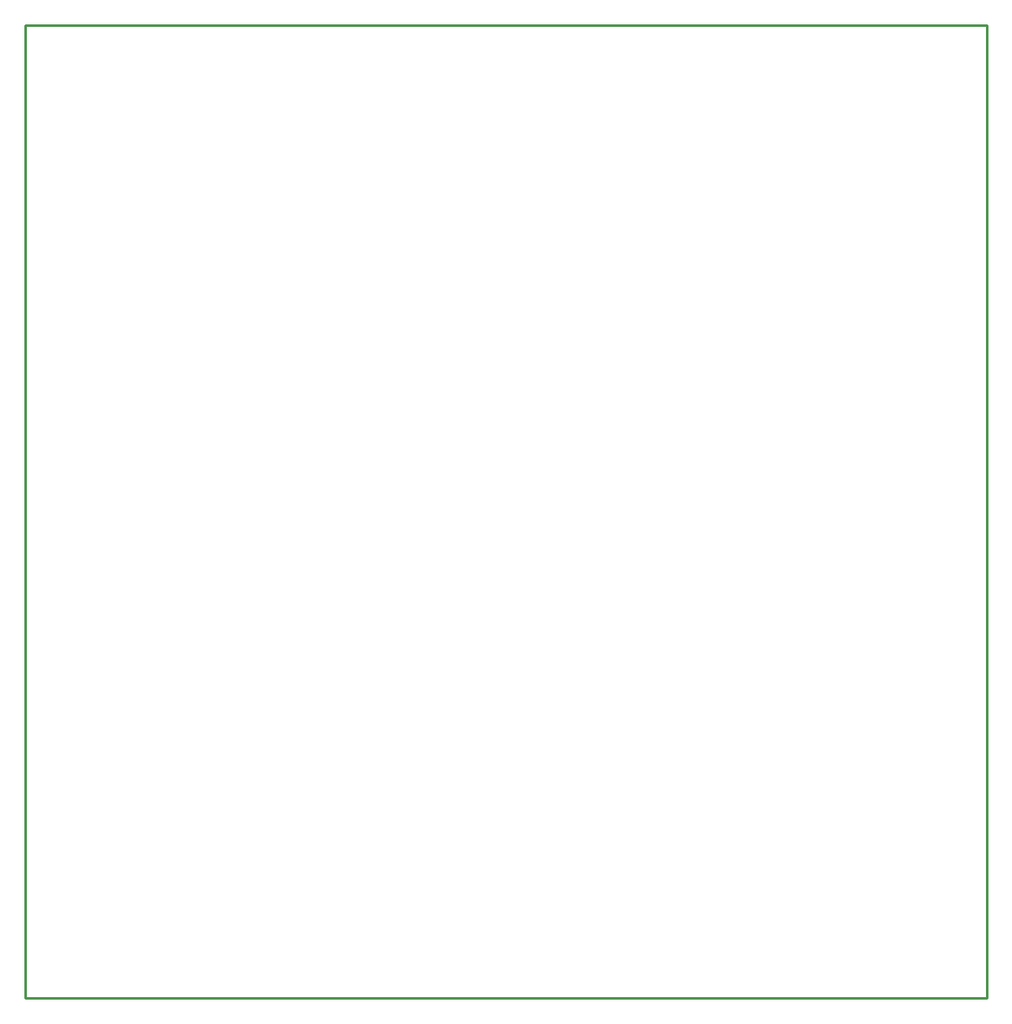
<source format=gm1>
G04*
G04 #@! TF.GenerationSoftware,Altium Limited,Altium Designer,19.1.3 (30)*
G04*
G04 Layer_Color=16711935*
%FSLAX25Y25*%
%MOIN*%
G70*
G01*
G75*
%ADD11C,0.01000*%
D11*
X-1000Y0D02*
X-1000Y386000D01*
Y0D02*
X380500D01*
Y386000D01*
X-1000D02*
X380500D01*
M02*

</source>
